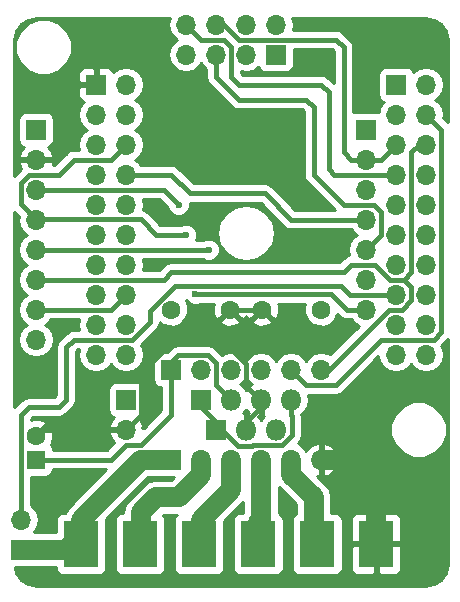
<source format=gbl>
G04 #@! TF.FileFunction,Copper,L2,Bot,Signal*
%FSLAX46Y46*%
G04 Gerber Fmt 4.6, Leading zero omitted, Abs format (unit mm)*
G04 Created by KiCad (PCBNEW 4.0.7) date 05/27/20 17:45:19*
%MOMM*%
%LPD*%
G01*
G04 APERTURE LIST*
%ADD10C,0.100000*%
%ADD11C,1.600000*%
%ADD12R,1.700000X1.700000*%
%ADD13O,1.700000X1.700000*%
%ADD14R,3.000000X4.000000*%
%ADD15R,1.800000X1.800000*%
%ADD16O,1.800000X1.800000*%
%ADD17R,1.600000X1.600000*%
%ADD18C,0.600000*%
%ADD19C,0.400000*%
%ADD20C,1.700000*%
%ADD21C,0.250000*%
%ADD22C,0.254000*%
G04 APERTURE END LIST*
D10*
D11*
X90170000Y-68580000D03*
X95170000Y-68580000D03*
X102870000Y-68580000D03*
X97870000Y-68580000D03*
D12*
X99060000Y-46990000D03*
D13*
X99060000Y-44450000D03*
X96520000Y-46990000D03*
X96520000Y-44450000D03*
X93980000Y-46990000D03*
X93980000Y-44450000D03*
X91440000Y-46990000D03*
X91440000Y-44450000D03*
D12*
X78740000Y-53340000D03*
D13*
X78740000Y-55880000D03*
X78740000Y-58420000D03*
X78740000Y-60960000D03*
X78740000Y-63500000D03*
X78740000Y-66040000D03*
X78740000Y-68580000D03*
X78740000Y-71120000D03*
D12*
X106680000Y-53340000D03*
D13*
X106680000Y-55880000D03*
X106680000Y-58420000D03*
X106680000Y-60960000D03*
X106680000Y-63500000D03*
X106680000Y-66040000D03*
X106680000Y-68580000D03*
D12*
X90170000Y-81280000D03*
D13*
X92710000Y-81280000D03*
X95250000Y-81280000D03*
X97790000Y-81280000D03*
X100330000Y-81280000D03*
X102870000Y-81280000D03*
D12*
X90170000Y-73660000D03*
D13*
X92710000Y-73660000D03*
X95250000Y-73660000D03*
X97790000Y-73660000D03*
X100330000Y-73660000D03*
X102870000Y-73660000D03*
D12*
X83820000Y-49530000D03*
D13*
X86360000Y-49530000D03*
X83820000Y-52070000D03*
X86360000Y-52070000D03*
X83820000Y-54610000D03*
X86360000Y-54610000D03*
X83820000Y-57150000D03*
X86360000Y-57150000D03*
X83820000Y-59690000D03*
X86360000Y-59690000D03*
X83820000Y-62230000D03*
X86360000Y-62230000D03*
X83820000Y-64770000D03*
X86360000Y-64770000D03*
X83820000Y-67310000D03*
X86360000Y-67310000D03*
X83820000Y-69850000D03*
X86360000Y-69850000D03*
X83820000Y-72390000D03*
X86360000Y-72390000D03*
D12*
X109220000Y-49530000D03*
D13*
X111760000Y-49530000D03*
X109220000Y-52070000D03*
X111760000Y-52070000D03*
X109220000Y-54610000D03*
X111760000Y-54610000D03*
X109220000Y-57150000D03*
X111760000Y-57150000D03*
X109220000Y-59690000D03*
X111760000Y-59690000D03*
X109220000Y-62230000D03*
X111760000Y-62230000D03*
X109220000Y-64770000D03*
X111760000Y-64770000D03*
X109220000Y-67310000D03*
X111760000Y-67310000D03*
X109220000Y-69850000D03*
X111760000Y-69850000D03*
X109220000Y-72390000D03*
X111760000Y-72390000D03*
D14*
X82550000Y-88430000D03*
X87550000Y-88430000D03*
X92550000Y-88430000D03*
X97550000Y-88430000D03*
X102550000Y-88430000D03*
X107550000Y-88430000D03*
D12*
X77470000Y-88900000D03*
D13*
X77470000Y-86360000D03*
D15*
X92710000Y-76200000D03*
D16*
X95250000Y-76200000D03*
X97790000Y-76200000D03*
X100330000Y-76200000D03*
D15*
X93980000Y-78740000D03*
D16*
X96520000Y-78740000D03*
X99060000Y-78740000D03*
D17*
X78740000Y-81280000D03*
D11*
X78740000Y-79280000D03*
D12*
X86360000Y-76200000D03*
D13*
X86360000Y-78740000D03*
D18*
X100330000Y-62865000D03*
X101600000Y-62865000D03*
X80645000Y-84455000D03*
X81280000Y-83820000D03*
X78740000Y-74295000D03*
X78740000Y-75565000D03*
X109855000Y-45085000D03*
X106045000Y-45085000D03*
X102870000Y-46990000D03*
X102870000Y-48260000D03*
X100330000Y-53975000D03*
X100330000Y-55245000D03*
X90805000Y-59690000D03*
X91440000Y-62230000D03*
X93345000Y-63500000D03*
X92182300Y-67261100D03*
D19*
X93980000Y-78105000D02*
X93980000Y-78740000D01*
X92710000Y-76835000D02*
X93980000Y-78105000D01*
X92710000Y-76200000D02*
X92710000Y-76835000D01*
D20*
X81280000Y-88900000D02*
X77470000Y-88900000D01*
X82550000Y-87630000D02*
X81280000Y-88900000D01*
D19*
X94478400Y-78740000D02*
X93980000Y-78740000D01*
X95831200Y-80092800D02*
X94478400Y-78740000D01*
X97006300Y-80092800D02*
X95831200Y-80092800D01*
X97079800Y-80019300D02*
X97006300Y-80092800D01*
X98297700Y-80019300D02*
X97079800Y-80019300D01*
X98349400Y-80071000D02*
X98297700Y-80019300D01*
X99568100Y-80071000D02*
X98349400Y-80071000D01*
X100396000Y-79243600D02*
X99568100Y-80071000D01*
X100396000Y-77565800D02*
X100396000Y-79243600D01*
X100330000Y-77500300D02*
X100396000Y-77565800D01*
X100330000Y-76200000D02*
X100330000Y-77500300D01*
D20*
X82550000Y-87630000D02*
X82550000Y-86360000D01*
X82550000Y-86360000D02*
X87630000Y-81280000D01*
X90170000Y-81280000D02*
X87630000Y-81280000D01*
X87630000Y-81280000D02*
X82550000Y-86360000D01*
D19*
X101600000Y-62865000D02*
X100330000Y-62865000D01*
X78740000Y-79280000D02*
X78835000Y-79280000D01*
X78835000Y-79280000D02*
X79375000Y-78740000D01*
X79375000Y-78740000D02*
X86360000Y-78740000D01*
X81280000Y-83820000D02*
X80645000Y-84455000D01*
X78740000Y-75565000D02*
X78740000Y-74295000D01*
X106045000Y-45085000D02*
X109855000Y-45085000D01*
X102870000Y-48260000D02*
X102870000Y-46990000D01*
X83820000Y-46990000D02*
X88265000Y-46990000D01*
X88265000Y-46990000D02*
X95250000Y-53975000D01*
X95250000Y-53975000D02*
X100330000Y-53975000D01*
X83820000Y-46990000D02*
X83820000Y-49530000D01*
X81280000Y-54610000D02*
X81280000Y-49530000D01*
X81280000Y-49530000D02*
X83820000Y-49530000D01*
X83185000Y-49530000D02*
X83820000Y-49530000D01*
X80010000Y-55880000D02*
X81280000Y-54610000D01*
X78740000Y-55880000D02*
X80010000Y-55880000D01*
D21*
X107550000Y-87630000D02*
X107550000Y-87135300D01*
D20*
X107550000Y-87135300D02*
X107550000Y-87630000D01*
X107550000Y-84055000D02*
X107550000Y-87135300D01*
X104775000Y-81280000D02*
X107550000Y-84055000D01*
X102870000Y-81280000D02*
X104775000Y-81280000D01*
D19*
X97870000Y-68580000D02*
X95170000Y-68580000D01*
X97790000Y-76200000D02*
X97790000Y-76312100D01*
X96520000Y-78105000D02*
X96520000Y-78740000D01*
X97790000Y-76835000D02*
X96520000Y-78105000D01*
X97790000Y-76312100D02*
X97790000Y-76835000D01*
X93492800Y-70257200D02*
X95170000Y-68580000D01*
X93672200Y-70436600D02*
X93492800Y-70257200D01*
X93672200Y-70436700D02*
X93672200Y-70436600D01*
X93804000Y-70436700D02*
X93672200Y-70436700D01*
X96520000Y-73152700D02*
X93804000Y-70436700D01*
X96520000Y-75042100D02*
X96520000Y-73152700D01*
X97790000Y-76312100D02*
X96520000Y-75042100D01*
X87630000Y-77470000D02*
X86360000Y-78740000D01*
X87630000Y-76835000D02*
X87630000Y-77470000D01*
X87610300Y-76835000D02*
X87630000Y-76835000D01*
X87610300Y-73943900D02*
X87610300Y-76835000D01*
X91297000Y-70257200D02*
X87610300Y-73943900D01*
X93492800Y-70257200D02*
X91297000Y-70257200D01*
X86360000Y-80010000D02*
X87630000Y-80010000D01*
X87630000Y-80010000D02*
X90170000Y-77470000D01*
X90170000Y-73660000D02*
X90170000Y-77470000D01*
X85090000Y-68580000D02*
X86360000Y-67310000D01*
X78740000Y-68580000D02*
X85090000Y-68580000D01*
X85090000Y-81280000D02*
X86360000Y-80010000D01*
X78740000Y-81280000D02*
X85090000Y-81280000D01*
X93980000Y-74930000D02*
X95250000Y-76200000D01*
X93980000Y-73095100D02*
X93980000Y-74930000D01*
X93294400Y-72409500D02*
X93980000Y-73095100D01*
X90785500Y-72409500D02*
X93294400Y-72409500D01*
X90170000Y-73025000D02*
X90785500Y-72409500D01*
X90170000Y-73660000D02*
X90170000Y-73025000D01*
X91757500Y-58737500D02*
X98107500Y-58737500D01*
X100330000Y-60960000D02*
X106680000Y-60960000D01*
X98107500Y-58737500D02*
X100330000Y-60960000D01*
X86360000Y-57150000D02*
X90170000Y-57150000D01*
X90170000Y-57150000D02*
X91757500Y-58737500D01*
X102235000Y-51435000D02*
X102235000Y-57150000D01*
X104775000Y-59690000D02*
X107315000Y-59690000D01*
X102235000Y-57150000D02*
X104775000Y-59690000D01*
X93980000Y-46990000D02*
X93980000Y-48895000D01*
X107950000Y-62230000D02*
X106680000Y-63500000D01*
X107315000Y-59690000D02*
X107950000Y-60325000D01*
X107950000Y-60325000D02*
X107950000Y-62230000D01*
X101600000Y-50800000D02*
X102235000Y-51435000D01*
X95885000Y-50800000D02*
X101600000Y-50800000D01*
X93980000Y-48895000D02*
X95885000Y-50800000D01*
X93980000Y-44450000D02*
X94615000Y-44450000D01*
X94615000Y-44450000D02*
X95885000Y-45720000D01*
X105410000Y-55880000D02*
X106680000Y-55880000D01*
X104775000Y-55245000D02*
X105410000Y-55880000D01*
X104775000Y-46355000D02*
X104775000Y-55245000D01*
X104140000Y-45720000D02*
X104775000Y-46355000D01*
X95885000Y-45720000D02*
X104140000Y-45720000D01*
X109200000Y-54610000D02*
X109220000Y-54610000D01*
X107930000Y-55880000D02*
X109200000Y-54610000D01*
X106680000Y-55880000D02*
X107278200Y-55880000D01*
X107278200Y-55880000D02*
X107930000Y-55880000D01*
X106680000Y-55880000D02*
X107278200Y-55880000D01*
X107278200Y-55880000D02*
X107930000Y-55880000D01*
X95885000Y-49530000D02*
X102870000Y-49530000D01*
X102870000Y-49530000D02*
X103505000Y-50165000D01*
X104006000Y-57150000D02*
X109220000Y-57150000D01*
X103505000Y-50165000D02*
X103505000Y-56649000D01*
X103505000Y-56649000D02*
X104006000Y-57150000D01*
X91440000Y-44450000D02*
X92710000Y-45720000D01*
X92710000Y-45720000D02*
X94615000Y-45720000D01*
X94615000Y-45720000D02*
X95250000Y-46355000D01*
X95250000Y-46355000D02*
X95250000Y-48895000D01*
X95250000Y-48895000D02*
X95885000Y-49530000D01*
X94615000Y-45720000D02*
X95250000Y-46355000D01*
X92710000Y-45720000D02*
X94615000Y-45720000D01*
X90805000Y-59690000D02*
X89535000Y-58420000D01*
X89535000Y-58420000D02*
X78740000Y-58420000D01*
X91440000Y-62230000D02*
X88900000Y-62230000D01*
X87620200Y-60950200D02*
X78749800Y-60950200D01*
X88900000Y-62230000D02*
X87620200Y-60950200D01*
X78749800Y-60950200D02*
X78740000Y-60960000D01*
X80645000Y-57150000D02*
X78174800Y-57150000D01*
X81915000Y-55880000D02*
X80645000Y-57150000D01*
X85090000Y-55880000D02*
X81915000Y-55880000D01*
X86360000Y-54610000D02*
X85090000Y-55880000D01*
X78174800Y-57150000D02*
X77450400Y-57874400D01*
X78740000Y-60800000D02*
X78740000Y-60950200D01*
X78740000Y-60960000D02*
X78740000Y-60950200D01*
X78174800Y-57150000D02*
X77450400Y-57874400D01*
X77450400Y-59670400D02*
X78740000Y-60960000D01*
X77450400Y-57874400D02*
X77450400Y-59670400D01*
X111760000Y-52070000D02*
X113030000Y-53340000D01*
X113030000Y-53340000D02*
X113030000Y-70485000D01*
X113030000Y-70485000D02*
X112395000Y-71120000D01*
X112395000Y-71120000D02*
X107950000Y-71120000D01*
X107950000Y-71120000D02*
X104131400Y-74938600D01*
X104131400Y-74938600D02*
X101608600Y-74938600D01*
X101608600Y-74938600D02*
X100330000Y-73660000D01*
X112395000Y-71120000D02*
X113030000Y-70485000D01*
X93345000Y-63500000D02*
X78740000Y-63500000D01*
X78740000Y-66040000D02*
X89535000Y-66040000D01*
X104775000Y-65405000D02*
X105410000Y-64770000D01*
X90170000Y-65405000D02*
X104775000Y-65405000D01*
X89535000Y-66040000D02*
X90170000Y-65405000D01*
X109855000Y-66040000D02*
X110490000Y-66675000D01*
X109855000Y-66040000D02*
X110490000Y-65405000D01*
X102870000Y-73660000D02*
X103505000Y-73660000D01*
X103505000Y-73660000D02*
X108585000Y-68580000D01*
X105410000Y-64770000D02*
X107414000Y-64770000D01*
X107414000Y-64770000D02*
X108684000Y-66040000D01*
X108684000Y-66040000D02*
X109855000Y-66040000D01*
X110490000Y-66675000D02*
X110490000Y-67813700D01*
X108585000Y-68580000D02*
X109723700Y-68580000D01*
X110490000Y-55245000D02*
X111125000Y-54610000D01*
X110490000Y-65405000D02*
X110490000Y-55245000D01*
X109723700Y-68580000D02*
X110490000Y-67813700D01*
X111125000Y-54610000D02*
X111760000Y-54610000D01*
X111760000Y-54649400D02*
X111760000Y-54610000D01*
X107414000Y-64770000D02*
X108684000Y-66040000D01*
X106680000Y-68580000D02*
X105065000Y-68580000D01*
X105065000Y-68580000D02*
X103746000Y-67261200D01*
X103746000Y-67261200D02*
X92182300Y-67261200D01*
X92182300Y-67261200D02*
X92182300Y-67261100D01*
D20*
X87630000Y-87550000D02*
X87550000Y-87630000D01*
X87630000Y-85725000D02*
X87630000Y-87550000D01*
X88900000Y-84455000D02*
X87630000Y-85725000D01*
X90805000Y-84455000D02*
X88900000Y-84455000D01*
X92710000Y-82550000D02*
X90805000Y-84455000D01*
X92710000Y-81280000D02*
X92710000Y-82550000D01*
X92710000Y-87470000D02*
X92550000Y-87630000D01*
X92710000Y-86360000D02*
X92710000Y-87470000D01*
X95250000Y-83820000D02*
X92710000Y-86360000D01*
X95250000Y-81280000D02*
X95250000Y-83820000D01*
X97550000Y-86600000D02*
X97550000Y-87630000D01*
X97790000Y-86360000D02*
X97550000Y-86600000D01*
X97790000Y-81280000D02*
X97790000Y-86360000D01*
X102235000Y-87315000D02*
X102550000Y-87630000D01*
X102235000Y-84455000D02*
X102235000Y-87315000D01*
X100330000Y-82550000D02*
X102235000Y-84455000D01*
X100330000Y-81280000D02*
X100330000Y-82550000D01*
D19*
X105295000Y-67310000D02*
X109220000Y-67310000D01*
X104534000Y-66549600D02*
X105295000Y-67310000D01*
X90490800Y-66549600D02*
X104534000Y-66549600D01*
X88377000Y-68663400D02*
X90490800Y-66549600D01*
X88377000Y-69601200D02*
X88377000Y-68663400D01*
X86858200Y-71120000D02*
X88377000Y-69601200D01*
X81915000Y-71120000D02*
X86858200Y-71120000D01*
X81280000Y-71755000D02*
X81915000Y-71120000D01*
X81280000Y-76200000D02*
X81280000Y-71755000D01*
X80645000Y-76835000D02*
X81280000Y-76200000D01*
X78105000Y-76835000D02*
X80645000Y-76835000D01*
X77470000Y-77470000D02*
X78105000Y-76835000D01*
X77470000Y-86360000D02*
X77470000Y-77470000D01*
D22*
G36*
X113590000Y-90100069D02*
X113437848Y-90864989D01*
X113044170Y-91454170D01*
X112454989Y-91847848D01*
X111690069Y-92000000D01*
X78809931Y-92000000D01*
X78045011Y-91847848D01*
X77455830Y-91454170D01*
X77062152Y-90864989D01*
X76969151Y-90397440D01*
X78320000Y-90397440D01*
X78386113Y-90385000D01*
X80402560Y-90385000D01*
X80402560Y-90430000D01*
X80446838Y-90665317D01*
X80585910Y-90881441D01*
X80798110Y-91026431D01*
X81050000Y-91077440D01*
X84050000Y-91077440D01*
X84285317Y-91033162D01*
X84501441Y-90894090D01*
X84646431Y-90681890D01*
X84697440Y-90430000D01*
X84697440Y-86430000D01*
X84678859Y-86331249D01*
X88245107Y-82765000D01*
X89258569Y-82765000D01*
X89320000Y-82777440D01*
X90382452Y-82777440D01*
X90189892Y-82970000D01*
X88900000Y-82970000D01*
X88331715Y-83083039D01*
X87849946Y-83404946D01*
X87849944Y-83404949D01*
X86579946Y-84674946D01*
X86258039Y-85156715D01*
X86144999Y-85725000D01*
X86145000Y-85725005D01*
X86145000Y-85782560D01*
X86050000Y-85782560D01*
X85814683Y-85826838D01*
X85598559Y-85965910D01*
X85453569Y-86178110D01*
X85402560Y-86430000D01*
X85402560Y-90430000D01*
X85446838Y-90665317D01*
X85585910Y-90881441D01*
X85798110Y-91026431D01*
X86050000Y-91077440D01*
X89050000Y-91077440D01*
X89285317Y-91033162D01*
X89501441Y-90894090D01*
X89646431Y-90681890D01*
X89697440Y-90430000D01*
X89697440Y-86430000D01*
X89653162Y-86194683D01*
X89514090Y-85978559D01*
X89491787Y-85963320D01*
X89515107Y-85940000D01*
X90638824Y-85940000D01*
X90598559Y-85965910D01*
X90453569Y-86178110D01*
X90402560Y-86430000D01*
X90402560Y-90430000D01*
X90446838Y-90665317D01*
X90585910Y-90881441D01*
X90798110Y-91026431D01*
X91050000Y-91077440D01*
X94050000Y-91077440D01*
X94285317Y-91033162D01*
X94501441Y-90894090D01*
X94646431Y-90681890D01*
X94697440Y-90430000D01*
X94697440Y-86472668D01*
X96300051Y-84870056D01*
X96300054Y-84870054D01*
X96305000Y-84862652D01*
X96305000Y-85782560D01*
X96050000Y-85782560D01*
X95814683Y-85826838D01*
X95598559Y-85965910D01*
X95453569Y-86178110D01*
X95402560Y-86430000D01*
X95402560Y-90430000D01*
X95446838Y-90665317D01*
X95585910Y-90881441D01*
X95798110Y-91026431D01*
X96050000Y-91077440D01*
X99050000Y-91077440D01*
X99285317Y-91033162D01*
X99501441Y-90894090D01*
X99646431Y-90681890D01*
X99697440Y-90430000D01*
X99697440Y-86430000D01*
X99653162Y-86194683D01*
X99514090Y-85978559D01*
X99301890Y-85833569D01*
X99275000Y-85828124D01*
X99275000Y-83592652D01*
X99279946Y-83600054D01*
X100750000Y-85070107D01*
X100750000Y-85868460D01*
X100598559Y-85965910D01*
X100453569Y-86178110D01*
X100402560Y-86430000D01*
X100402560Y-90430000D01*
X100446838Y-90665317D01*
X100585910Y-90881441D01*
X100798110Y-91026431D01*
X101050000Y-91077440D01*
X104050000Y-91077440D01*
X104285317Y-91033162D01*
X104501441Y-90894090D01*
X104646431Y-90681890D01*
X104697440Y-90430000D01*
X104697440Y-88715750D01*
X105415000Y-88715750D01*
X105415000Y-90556310D01*
X105511673Y-90789699D01*
X105690302Y-90968327D01*
X105923691Y-91065000D01*
X107264250Y-91065000D01*
X107423000Y-90906250D01*
X107423000Y-88557000D01*
X107677000Y-88557000D01*
X107677000Y-90906250D01*
X107835750Y-91065000D01*
X109176309Y-91065000D01*
X109409698Y-90968327D01*
X109588327Y-90789699D01*
X109685000Y-90556310D01*
X109685000Y-88715750D01*
X109526250Y-88557000D01*
X107677000Y-88557000D01*
X107423000Y-88557000D01*
X105573750Y-88557000D01*
X105415000Y-88715750D01*
X104697440Y-88715750D01*
X104697440Y-86430000D01*
X104673674Y-86303690D01*
X105415000Y-86303690D01*
X105415000Y-88144250D01*
X105573750Y-88303000D01*
X107423000Y-88303000D01*
X107423000Y-85953750D01*
X107677000Y-85953750D01*
X107677000Y-88303000D01*
X109526250Y-88303000D01*
X109685000Y-88144250D01*
X109685000Y-86303690D01*
X109588327Y-86070301D01*
X109409698Y-85891673D01*
X109176309Y-85795000D01*
X107835750Y-85795000D01*
X107677000Y-85953750D01*
X107423000Y-85953750D01*
X107264250Y-85795000D01*
X105923691Y-85795000D01*
X105690302Y-85891673D01*
X105511673Y-86070301D01*
X105415000Y-86303690D01*
X104673674Y-86303690D01*
X104653162Y-86194683D01*
X104514090Y-85978559D01*
X104301890Y-85833569D01*
X104050000Y-85782560D01*
X103720000Y-85782560D01*
X103720000Y-84455005D01*
X103720001Y-84455000D01*
X103606961Y-83886715D01*
X103285054Y-83404946D01*
X103285051Y-83404944D01*
X102571021Y-82690914D01*
X102743000Y-82600155D01*
X102743000Y-81407000D01*
X102997000Y-81407000D01*
X102997000Y-82600155D01*
X103226890Y-82721476D01*
X103636924Y-82551645D01*
X104065183Y-82161358D01*
X104311486Y-81636892D01*
X104190819Y-81407000D01*
X102997000Y-81407000D01*
X102743000Y-81407000D01*
X102723000Y-81407000D01*
X102723000Y-81153000D01*
X102743000Y-81153000D01*
X102743000Y-79959845D01*
X102997000Y-79959845D01*
X102997000Y-81153000D01*
X104190819Y-81153000D01*
X104311486Y-80923108D01*
X104065183Y-80398642D01*
X103636924Y-80008355D01*
X103226890Y-79838524D01*
X102997000Y-79959845D01*
X102743000Y-79959845D01*
X102513110Y-79838524D01*
X102103076Y-80008355D01*
X101674817Y-80398642D01*
X101607702Y-80541553D01*
X101380054Y-80200853D01*
X100924181Y-79896249D01*
X100986256Y-79834212D01*
X100986327Y-79834105D01*
X100986434Y-79834034D01*
X101076835Y-79698739D01*
X101167343Y-79563373D01*
X101167368Y-79563247D01*
X101167439Y-79563141D01*
X101199084Y-79404051D01*
X101231000Y-79243852D01*
X101230975Y-79243726D01*
X101231000Y-79243600D01*
X101231000Y-79212325D01*
X108739587Y-79212325D01*
X109101916Y-80089229D01*
X109772242Y-80760726D01*
X110648513Y-81124585D01*
X111597325Y-81125413D01*
X112474229Y-80763084D01*
X113145726Y-80092758D01*
X113509585Y-79216487D01*
X113510413Y-78267675D01*
X113148084Y-77390771D01*
X112477758Y-76719274D01*
X111601487Y-76355415D01*
X110652675Y-76354587D01*
X109775771Y-76716916D01*
X109104274Y-77387242D01*
X108740415Y-78263513D01*
X108739587Y-79212325D01*
X101231000Y-79212325D01*
X101231000Y-77565800D01*
X101230684Y-77564213D01*
X101230994Y-77562625D01*
X101207072Y-77444708D01*
X101445481Y-77285409D01*
X101778227Y-76787419D01*
X101895072Y-76200000D01*
X101810256Y-75773600D01*
X104131400Y-75773600D01*
X104450941Y-75710039D01*
X104721834Y-75529034D01*
X107731617Y-72519251D01*
X107818946Y-72958285D01*
X108140853Y-73440054D01*
X108622622Y-73761961D01*
X109190907Y-73875000D01*
X109249093Y-73875000D01*
X109817378Y-73761961D01*
X110299147Y-73440054D01*
X110490000Y-73154422D01*
X110680853Y-73440054D01*
X111162622Y-73761961D01*
X111730907Y-73875000D01*
X111789093Y-73875000D01*
X112357378Y-73761961D01*
X112839147Y-73440054D01*
X113161054Y-72958285D01*
X113274093Y-72390000D01*
X113161054Y-71821715D01*
X113046138Y-71649730D01*
X113590000Y-71105868D01*
X113590000Y-90100069D01*
X113590000Y-90100069D01*
G37*
X113590000Y-90100069D02*
X113437848Y-90864989D01*
X113044170Y-91454170D01*
X112454989Y-91847848D01*
X111690069Y-92000000D01*
X78809931Y-92000000D01*
X78045011Y-91847848D01*
X77455830Y-91454170D01*
X77062152Y-90864989D01*
X76969151Y-90397440D01*
X78320000Y-90397440D01*
X78386113Y-90385000D01*
X80402560Y-90385000D01*
X80402560Y-90430000D01*
X80446838Y-90665317D01*
X80585910Y-90881441D01*
X80798110Y-91026431D01*
X81050000Y-91077440D01*
X84050000Y-91077440D01*
X84285317Y-91033162D01*
X84501441Y-90894090D01*
X84646431Y-90681890D01*
X84697440Y-90430000D01*
X84697440Y-86430000D01*
X84678859Y-86331249D01*
X88245107Y-82765000D01*
X89258569Y-82765000D01*
X89320000Y-82777440D01*
X90382452Y-82777440D01*
X90189892Y-82970000D01*
X88900000Y-82970000D01*
X88331715Y-83083039D01*
X87849946Y-83404946D01*
X87849944Y-83404949D01*
X86579946Y-84674946D01*
X86258039Y-85156715D01*
X86144999Y-85725000D01*
X86145000Y-85725005D01*
X86145000Y-85782560D01*
X86050000Y-85782560D01*
X85814683Y-85826838D01*
X85598559Y-85965910D01*
X85453569Y-86178110D01*
X85402560Y-86430000D01*
X85402560Y-90430000D01*
X85446838Y-90665317D01*
X85585910Y-90881441D01*
X85798110Y-91026431D01*
X86050000Y-91077440D01*
X89050000Y-91077440D01*
X89285317Y-91033162D01*
X89501441Y-90894090D01*
X89646431Y-90681890D01*
X89697440Y-90430000D01*
X89697440Y-86430000D01*
X89653162Y-86194683D01*
X89514090Y-85978559D01*
X89491787Y-85963320D01*
X89515107Y-85940000D01*
X90638824Y-85940000D01*
X90598559Y-85965910D01*
X90453569Y-86178110D01*
X90402560Y-86430000D01*
X90402560Y-90430000D01*
X90446838Y-90665317D01*
X90585910Y-90881441D01*
X90798110Y-91026431D01*
X91050000Y-91077440D01*
X94050000Y-91077440D01*
X94285317Y-91033162D01*
X94501441Y-90894090D01*
X94646431Y-90681890D01*
X94697440Y-90430000D01*
X94697440Y-86472668D01*
X96300051Y-84870056D01*
X96300054Y-84870054D01*
X96305000Y-84862652D01*
X96305000Y-85782560D01*
X96050000Y-85782560D01*
X95814683Y-85826838D01*
X95598559Y-85965910D01*
X95453569Y-86178110D01*
X95402560Y-86430000D01*
X95402560Y-90430000D01*
X95446838Y-90665317D01*
X95585910Y-90881441D01*
X95798110Y-91026431D01*
X96050000Y-91077440D01*
X99050000Y-91077440D01*
X99285317Y-91033162D01*
X99501441Y-90894090D01*
X99646431Y-90681890D01*
X99697440Y-90430000D01*
X99697440Y-86430000D01*
X99653162Y-86194683D01*
X99514090Y-85978559D01*
X99301890Y-85833569D01*
X99275000Y-85828124D01*
X99275000Y-83592652D01*
X99279946Y-83600054D01*
X100750000Y-85070107D01*
X100750000Y-85868460D01*
X100598559Y-85965910D01*
X100453569Y-86178110D01*
X100402560Y-86430000D01*
X100402560Y-90430000D01*
X100446838Y-90665317D01*
X100585910Y-90881441D01*
X100798110Y-91026431D01*
X101050000Y-91077440D01*
X104050000Y-91077440D01*
X104285317Y-91033162D01*
X104501441Y-90894090D01*
X104646431Y-90681890D01*
X104697440Y-90430000D01*
X104697440Y-88715750D01*
X105415000Y-88715750D01*
X105415000Y-90556310D01*
X105511673Y-90789699D01*
X105690302Y-90968327D01*
X105923691Y-91065000D01*
X107264250Y-91065000D01*
X107423000Y-90906250D01*
X107423000Y-88557000D01*
X107677000Y-88557000D01*
X107677000Y-90906250D01*
X107835750Y-91065000D01*
X109176309Y-91065000D01*
X109409698Y-90968327D01*
X109588327Y-90789699D01*
X109685000Y-90556310D01*
X109685000Y-88715750D01*
X109526250Y-88557000D01*
X107677000Y-88557000D01*
X107423000Y-88557000D01*
X105573750Y-88557000D01*
X105415000Y-88715750D01*
X104697440Y-88715750D01*
X104697440Y-86430000D01*
X104673674Y-86303690D01*
X105415000Y-86303690D01*
X105415000Y-88144250D01*
X105573750Y-88303000D01*
X107423000Y-88303000D01*
X107423000Y-85953750D01*
X107677000Y-85953750D01*
X107677000Y-88303000D01*
X109526250Y-88303000D01*
X109685000Y-88144250D01*
X109685000Y-86303690D01*
X109588327Y-86070301D01*
X109409698Y-85891673D01*
X109176309Y-85795000D01*
X107835750Y-85795000D01*
X107677000Y-85953750D01*
X107423000Y-85953750D01*
X107264250Y-85795000D01*
X105923691Y-85795000D01*
X105690302Y-85891673D01*
X105511673Y-86070301D01*
X105415000Y-86303690D01*
X104673674Y-86303690D01*
X104653162Y-86194683D01*
X104514090Y-85978559D01*
X104301890Y-85833569D01*
X104050000Y-85782560D01*
X103720000Y-85782560D01*
X103720000Y-84455005D01*
X103720001Y-84455000D01*
X103606961Y-83886715D01*
X103285054Y-83404946D01*
X103285051Y-83404944D01*
X102571021Y-82690914D01*
X102743000Y-82600155D01*
X102743000Y-81407000D01*
X102997000Y-81407000D01*
X102997000Y-82600155D01*
X103226890Y-82721476D01*
X103636924Y-82551645D01*
X104065183Y-82161358D01*
X104311486Y-81636892D01*
X104190819Y-81407000D01*
X102997000Y-81407000D01*
X102743000Y-81407000D01*
X102723000Y-81407000D01*
X102723000Y-81153000D01*
X102743000Y-81153000D01*
X102743000Y-79959845D01*
X102997000Y-79959845D01*
X102997000Y-81153000D01*
X104190819Y-81153000D01*
X104311486Y-80923108D01*
X104065183Y-80398642D01*
X103636924Y-80008355D01*
X103226890Y-79838524D01*
X102997000Y-79959845D01*
X102743000Y-79959845D01*
X102513110Y-79838524D01*
X102103076Y-80008355D01*
X101674817Y-80398642D01*
X101607702Y-80541553D01*
X101380054Y-80200853D01*
X100924181Y-79896249D01*
X100986256Y-79834212D01*
X100986327Y-79834105D01*
X100986434Y-79834034D01*
X101076835Y-79698739D01*
X101167343Y-79563373D01*
X101167368Y-79563247D01*
X101167439Y-79563141D01*
X101199084Y-79404051D01*
X101231000Y-79243852D01*
X101230975Y-79243726D01*
X101231000Y-79243600D01*
X101231000Y-79212325D01*
X108739587Y-79212325D01*
X109101916Y-80089229D01*
X109772242Y-80760726D01*
X110648513Y-81124585D01*
X111597325Y-81125413D01*
X112474229Y-80763084D01*
X113145726Y-80092758D01*
X113509585Y-79216487D01*
X113510413Y-78267675D01*
X113148084Y-77390771D01*
X112477758Y-76719274D01*
X111601487Y-76355415D01*
X110652675Y-76354587D01*
X109775771Y-76716916D01*
X109104274Y-77387242D01*
X108740415Y-78263513D01*
X108739587Y-79212325D01*
X101231000Y-79212325D01*
X101231000Y-77565800D01*
X101230684Y-77564213D01*
X101230994Y-77562625D01*
X101207072Y-77444708D01*
X101445481Y-77285409D01*
X101778227Y-76787419D01*
X101895072Y-76200000D01*
X101810256Y-75773600D01*
X104131400Y-75773600D01*
X104450941Y-75710039D01*
X104721834Y-75529034D01*
X107731617Y-72519251D01*
X107818946Y-72958285D01*
X108140853Y-73440054D01*
X108622622Y-73761961D01*
X109190907Y-73875000D01*
X109249093Y-73875000D01*
X109817378Y-73761961D01*
X110299147Y-73440054D01*
X110490000Y-73154422D01*
X110680853Y-73440054D01*
X111162622Y-73761961D01*
X111730907Y-73875000D01*
X111789093Y-73875000D01*
X112357378Y-73761961D01*
X112839147Y-73440054D01*
X113161054Y-72958285D01*
X113274093Y-72390000D01*
X113161054Y-71821715D01*
X113046138Y-71649730D01*
X113590000Y-71105868D01*
X113590000Y-90100069D01*
G36*
X81499946Y-85309946D02*
X81184156Y-85782560D01*
X81050000Y-85782560D01*
X80814683Y-85826838D01*
X80598559Y-85965910D01*
X80453569Y-86178110D01*
X80402560Y-86430000D01*
X80402560Y-87415000D01*
X78536188Y-87415000D01*
X78841961Y-86957378D01*
X78955000Y-86389093D01*
X78955000Y-86330907D01*
X78841961Y-85762622D01*
X78520054Y-85280853D01*
X78305000Y-85137159D01*
X78305000Y-82727440D01*
X79540000Y-82727440D01*
X79775317Y-82683162D01*
X79991441Y-82544090D01*
X80136431Y-82331890D01*
X80180352Y-82115000D01*
X84694893Y-82115000D01*
X81499946Y-85309946D01*
X81499946Y-85309946D01*
G37*
X81499946Y-85309946D02*
X81184156Y-85782560D01*
X81050000Y-85782560D01*
X80814683Y-85826838D01*
X80598559Y-85965910D01*
X80453569Y-86178110D01*
X80402560Y-86430000D01*
X80402560Y-87415000D01*
X78536188Y-87415000D01*
X78841961Y-86957378D01*
X78955000Y-86389093D01*
X78955000Y-86330907D01*
X78841961Y-85762622D01*
X78520054Y-85280853D01*
X78305000Y-85137159D01*
X78305000Y-82727440D01*
X79540000Y-82727440D01*
X79775317Y-82683162D01*
X79991441Y-82544090D01*
X80136431Y-82331890D01*
X80180352Y-82115000D01*
X84694893Y-82115000D01*
X81499946Y-85309946D01*
G36*
X91651973Y-68053292D02*
X91995501Y-68195938D01*
X92367467Y-68196262D01*
X92609636Y-68096200D01*
X93819014Y-68096200D01*
X93723035Y-68363223D01*
X93750222Y-68933454D01*
X93916136Y-69334005D01*
X94162255Y-69408139D01*
X94990395Y-68580000D01*
X94976252Y-68565858D01*
X95155858Y-68386253D01*
X95170000Y-68400395D01*
X95184143Y-68386253D01*
X95363748Y-68565858D01*
X95349605Y-68580000D01*
X96177745Y-69408139D01*
X96423864Y-69334005D01*
X96513194Y-69085480D01*
X96616136Y-69334005D01*
X96862255Y-69408139D01*
X97690395Y-68580000D01*
X97676252Y-68565858D01*
X97855858Y-68386253D01*
X97870000Y-68400395D01*
X97884143Y-68386253D01*
X98063748Y-68565858D01*
X98049605Y-68580000D01*
X98877745Y-69408139D01*
X99123864Y-69334005D01*
X99316965Y-68796777D01*
X99289778Y-68226546D01*
X99235787Y-68096200D01*
X101517097Y-68096200D01*
X101435250Y-68293309D01*
X101434752Y-68864187D01*
X101652757Y-69391800D01*
X102056077Y-69795824D01*
X102583309Y-70014750D01*
X103154187Y-70015248D01*
X103681800Y-69797243D01*
X104085824Y-69393923D01*
X104265446Y-68961346D01*
X104474610Y-69170479D01*
X104610839Y-69261489D01*
X104745459Y-69351439D01*
X104745492Y-69351446D01*
X104745518Y-69351463D01*
X104903567Y-69382889D01*
X105065000Y-69415000D01*
X105457159Y-69415000D01*
X105600853Y-69630054D01*
X106052379Y-69931753D01*
X103610270Y-72373862D01*
X103438285Y-72258946D01*
X102870000Y-72145907D01*
X102301715Y-72258946D01*
X101819946Y-72580853D01*
X101600000Y-72910026D01*
X101380054Y-72580853D01*
X100898285Y-72258946D01*
X100330000Y-72145907D01*
X99761715Y-72258946D01*
X99279946Y-72580853D01*
X99060000Y-72910026D01*
X98840054Y-72580853D01*
X98358285Y-72258946D01*
X97790000Y-72145907D01*
X97221715Y-72258946D01*
X96739946Y-72580853D01*
X96520000Y-72910026D01*
X96300054Y-72580853D01*
X95818285Y-72258946D01*
X95250000Y-72145907D01*
X94681715Y-72258946D01*
X94467708Y-72401940D01*
X93884834Y-71819066D01*
X93788952Y-71755000D01*
X93613941Y-71638061D01*
X93294400Y-71574500D01*
X90785500Y-71574500D01*
X90465959Y-71638061D01*
X90290948Y-71755000D01*
X90195066Y-71819066D01*
X89851572Y-72162560D01*
X89320000Y-72162560D01*
X89084683Y-72206838D01*
X88868559Y-72345910D01*
X88723569Y-72558110D01*
X88672560Y-72810000D01*
X88672560Y-74510000D01*
X88716838Y-74745317D01*
X88855910Y-74961441D01*
X89068110Y-75106431D01*
X89320000Y-75157440D01*
X89335000Y-75157440D01*
X89335000Y-77124132D01*
X87845000Y-78614132D01*
X87845000Y-78612998D01*
X87680820Y-78612998D01*
X87801486Y-78383108D01*
X87555183Y-77858642D01*
X87349496Y-77671192D01*
X87445317Y-77653162D01*
X87661441Y-77514090D01*
X87806431Y-77301890D01*
X87857440Y-77050000D01*
X87857440Y-75350000D01*
X87813162Y-75114683D01*
X87674090Y-74898559D01*
X87461890Y-74753569D01*
X87210000Y-74702560D01*
X85510000Y-74702560D01*
X85274683Y-74746838D01*
X85058559Y-74885910D01*
X84913569Y-75098110D01*
X84862560Y-75350000D01*
X84862560Y-77050000D01*
X84906838Y-77285317D01*
X85045910Y-77501441D01*
X85258110Y-77646431D01*
X85372301Y-77669555D01*
X85164817Y-77858642D01*
X84918514Y-78383108D01*
X85039181Y-78613000D01*
X86233000Y-78613000D01*
X86233000Y-78593000D01*
X86487000Y-78593000D01*
X86487000Y-78613000D01*
X86507000Y-78613000D01*
X86507000Y-78867000D01*
X86487000Y-78867000D01*
X86487000Y-78887000D01*
X86233000Y-78887000D01*
X86233000Y-78867000D01*
X85039181Y-78867000D01*
X84918514Y-79096892D01*
X85164817Y-79621358D01*
X85375642Y-79813490D01*
X84744132Y-80445000D01*
X80180854Y-80445000D01*
X80143162Y-80244683D01*
X80004090Y-80028559D01*
X79997452Y-80024023D01*
X80186965Y-79496777D01*
X80159778Y-78926546D01*
X79993864Y-78525995D01*
X79747745Y-78451861D01*
X78919605Y-79280000D01*
X78933748Y-79294142D01*
X78754143Y-79473748D01*
X78740000Y-79459605D01*
X78725858Y-79473748D01*
X78546253Y-79294143D01*
X78560395Y-79280000D01*
X78546253Y-79265858D01*
X78725858Y-79086252D01*
X78740000Y-79100395D01*
X79568139Y-78272255D01*
X79494005Y-78026136D01*
X78956777Y-77833035D01*
X78386546Y-77860222D01*
X78305000Y-77894000D01*
X78305000Y-77815868D01*
X78450868Y-77670000D01*
X80645000Y-77670000D01*
X80964541Y-77606439D01*
X81235434Y-77425434D01*
X81870434Y-76790434D01*
X82051440Y-76519540D01*
X82115000Y-76200000D01*
X82115000Y-72100868D01*
X82260868Y-71955000D01*
X82392434Y-71955000D01*
X82305907Y-72390000D01*
X82418946Y-72958285D01*
X82740853Y-73440054D01*
X83222622Y-73761961D01*
X83790907Y-73875000D01*
X83849093Y-73875000D01*
X84417378Y-73761961D01*
X84899147Y-73440054D01*
X85090000Y-73154422D01*
X85280853Y-73440054D01*
X85762622Y-73761961D01*
X86330907Y-73875000D01*
X86389093Y-73875000D01*
X86957378Y-73761961D01*
X87439147Y-73440054D01*
X87761054Y-72958285D01*
X87874093Y-72390000D01*
X87761054Y-71821715D01*
X87591343Y-71567725D01*
X88967434Y-70191634D01*
X89148440Y-69920740D01*
X89203658Y-69643139D01*
X89356077Y-69795824D01*
X89883309Y-70014750D01*
X90454187Y-70015248D01*
X90981800Y-69797243D01*
X91191663Y-69587745D01*
X94341861Y-69587745D01*
X94415995Y-69833864D01*
X94953223Y-70026965D01*
X95523454Y-69999778D01*
X95924005Y-69833864D01*
X95998139Y-69587745D01*
X97041861Y-69587745D01*
X97115995Y-69833864D01*
X97653223Y-70026965D01*
X98223454Y-69999778D01*
X98624005Y-69833864D01*
X98698139Y-69587745D01*
X97870000Y-68759605D01*
X97041861Y-69587745D01*
X95998139Y-69587745D01*
X95170000Y-68759605D01*
X94341861Y-69587745D01*
X91191663Y-69587745D01*
X91385824Y-69393923D01*
X91604750Y-68866691D01*
X91605248Y-68295813D01*
X91401272Y-67802153D01*
X91651973Y-68053292D01*
X91651973Y-68053292D01*
G37*
X91651973Y-68053292D02*
X91995501Y-68195938D01*
X92367467Y-68196262D01*
X92609636Y-68096200D01*
X93819014Y-68096200D01*
X93723035Y-68363223D01*
X93750222Y-68933454D01*
X93916136Y-69334005D01*
X94162255Y-69408139D01*
X94990395Y-68580000D01*
X94976252Y-68565858D01*
X95155858Y-68386253D01*
X95170000Y-68400395D01*
X95184143Y-68386253D01*
X95363748Y-68565858D01*
X95349605Y-68580000D01*
X96177745Y-69408139D01*
X96423864Y-69334005D01*
X96513194Y-69085480D01*
X96616136Y-69334005D01*
X96862255Y-69408139D01*
X97690395Y-68580000D01*
X97676252Y-68565858D01*
X97855858Y-68386253D01*
X97870000Y-68400395D01*
X97884143Y-68386253D01*
X98063748Y-68565858D01*
X98049605Y-68580000D01*
X98877745Y-69408139D01*
X99123864Y-69334005D01*
X99316965Y-68796777D01*
X99289778Y-68226546D01*
X99235787Y-68096200D01*
X101517097Y-68096200D01*
X101435250Y-68293309D01*
X101434752Y-68864187D01*
X101652757Y-69391800D01*
X102056077Y-69795824D01*
X102583309Y-70014750D01*
X103154187Y-70015248D01*
X103681800Y-69797243D01*
X104085824Y-69393923D01*
X104265446Y-68961346D01*
X104474610Y-69170479D01*
X104610839Y-69261489D01*
X104745459Y-69351439D01*
X104745492Y-69351446D01*
X104745518Y-69351463D01*
X104903567Y-69382889D01*
X105065000Y-69415000D01*
X105457159Y-69415000D01*
X105600853Y-69630054D01*
X106052379Y-69931753D01*
X103610270Y-72373862D01*
X103438285Y-72258946D01*
X102870000Y-72145907D01*
X102301715Y-72258946D01*
X101819946Y-72580853D01*
X101600000Y-72910026D01*
X101380054Y-72580853D01*
X100898285Y-72258946D01*
X100330000Y-72145907D01*
X99761715Y-72258946D01*
X99279946Y-72580853D01*
X99060000Y-72910026D01*
X98840054Y-72580853D01*
X98358285Y-72258946D01*
X97790000Y-72145907D01*
X97221715Y-72258946D01*
X96739946Y-72580853D01*
X96520000Y-72910026D01*
X96300054Y-72580853D01*
X95818285Y-72258946D01*
X95250000Y-72145907D01*
X94681715Y-72258946D01*
X94467708Y-72401940D01*
X93884834Y-71819066D01*
X93788952Y-71755000D01*
X93613941Y-71638061D01*
X93294400Y-71574500D01*
X90785500Y-71574500D01*
X90465959Y-71638061D01*
X90290948Y-71755000D01*
X90195066Y-71819066D01*
X89851572Y-72162560D01*
X89320000Y-72162560D01*
X89084683Y-72206838D01*
X88868559Y-72345910D01*
X88723569Y-72558110D01*
X88672560Y-72810000D01*
X88672560Y-74510000D01*
X88716838Y-74745317D01*
X88855910Y-74961441D01*
X89068110Y-75106431D01*
X89320000Y-75157440D01*
X89335000Y-75157440D01*
X89335000Y-77124132D01*
X87845000Y-78614132D01*
X87845000Y-78612998D01*
X87680820Y-78612998D01*
X87801486Y-78383108D01*
X87555183Y-77858642D01*
X87349496Y-77671192D01*
X87445317Y-77653162D01*
X87661441Y-77514090D01*
X87806431Y-77301890D01*
X87857440Y-77050000D01*
X87857440Y-75350000D01*
X87813162Y-75114683D01*
X87674090Y-74898559D01*
X87461890Y-74753569D01*
X87210000Y-74702560D01*
X85510000Y-74702560D01*
X85274683Y-74746838D01*
X85058559Y-74885910D01*
X84913569Y-75098110D01*
X84862560Y-75350000D01*
X84862560Y-77050000D01*
X84906838Y-77285317D01*
X85045910Y-77501441D01*
X85258110Y-77646431D01*
X85372301Y-77669555D01*
X85164817Y-77858642D01*
X84918514Y-78383108D01*
X85039181Y-78613000D01*
X86233000Y-78613000D01*
X86233000Y-78593000D01*
X86487000Y-78593000D01*
X86487000Y-78613000D01*
X86507000Y-78613000D01*
X86507000Y-78867000D01*
X86487000Y-78867000D01*
X86487000Y-78887000D01*
X86233000Y-78887000D01*
X86233000Y-78867000D01*
X85039181Y-78867000D01*
X84918514Y-79096892D01*
X85164817Y-79621358D01*
X85375642Y-79813490D01*
X84744132Y-80445000D01*
X80180854Y-80445000D01*
X80143162Y-80244683D01*
X80004090Y-80028559D01*
X79997452Y-80024023D01*
X80186965Y-79496777D01*
X80159778Y-78926546D01*
X79993864Y-78525995D01*
X79747745Y-78451861D01*
X78919605Y-79280000D01*
X78933748Y-79294142D01*
X78754143Y-79473748D01*
X78740000Y-79459605D01*
X78725858Y-79473748D01*
X78546253Y-79294143D01*
X78560395Y-79280000D01*
X78546253Y-79265858D01*
X78725858Y-79086252D01*
X78740000Y-79100395D01*
X79568139Y-78272255D01*
X79494005Y-78026136D01*
X78956777Y-77833035D01*
X78386546Y-77860222D01*
X78305000Y-77894000D01*
X78305000Y-77815868D01*
X78450868Y-77670000D01*
X80645000Y-77670000D01*
X80964541Y-77606439D01*
X81235434Y-77425434D01*
X81870434Y-76790434D01*
X82051440Y-76519540D01*
X82115000Y-76200000D01*
X82115000Y-72100868D01*
X82260868Y-71955000D01*
X82392434Y-71955000D01*
X82305907Y-72390000D01*
X82418946Y-72958285D01*
X82740853Y-73440054D01*
X83222622Y-73761961D01*
X83790907Y-73875000D01*
X83849093Y-73875000D01*
X84417378Y-73761961D01*
X84899147Y-73440054D01*
X85090000Y-73154422D01*
X85280853Y-73440054D01*
X85762622Y-73761961D01*
X86330907Y-73875000D01*
X86389093Y-73875000D01*
X86957378Y-73761961D01*
X87439147Y-73440054D01*
X87761054Y-72958285D01*
X87874093Y-72390000D01*
X87761054Y-71821715D01*
X87591343Y-71567725D01*
X88967434Y-70191634D01*
X89148440Y-69920740D01*
X89203658Y-69643139D01*
X89356077Y-69795824D01*
X89883309Y-70014750D01*
X90454187Y-70015248D01*
X90981800Y-69797243D01*
X91191663Y-69587745D01*
X94341861Y-69587745D01*
X94415995Y-69833864D01*
X94953223Y-70026965D01*
X95523454Y-69999778D01*
X95924005Y-69833864D01*
X95998139Y-69587745D01*
X97041861Y-69587745D01*
X97115995Y-69833864D01*
X97653223Y-70026965D01*
X98223454Y-69999778D01*
X98624005Y-69833864D01*
X98698139Y-69587745D01*
X97870000Y-68759605D01*
X97041861Y-69587745D01*
X95998139Y-69587745D01*
X95170000Y-68759605D01*
X94341861Y-69587745D01*
X91191663Y-69587745D01*
X91385824Y-69393923D01*
X91604750Y-68866691D01*
X91605248Y-68295813D01*
X91401272Y-67802153D01*
X91651973Y-68053292D01*
G36*
X96764737Y-77309551D02*
X96647000Y-77369003D01*
X96647000Y-78613000D01*
X96667000Y-78613000D01*
X96667000Y-78867000D01*
X96647000Y-78867000D01*
X96647000Y-78887000D01*
X96393000Y-78887000D01*
X96393000Y-78867000D01*
X96373000Y-78867000D01*
X96373000Y-78613000D01*
X96393000Y-78613000D01*
X96393000Y-77369003D01*
X96306069Y-77325107D01*
X96365481Y-77285409D01*
X96524501Y-77047418D01*
X96764737Y-77309551D01*
X96764737Y-77309551D01*
G37*
X96764737Y-77309551D02*
X96647000Y-77369003D01*
X96647000Y-78613000D01*
X96667000Y-78613000D01*
X96667000Y-78867000D01*
X96647000Y-78867000D01*
X96647000Y-78887000D01*
X96393000Y-78887000D01*
X96393000Y-78867000D01*
X96373000Y-78867000D01*
X96373000Y-78613000D01*
X96393000Y-78613000D01*
X96393000Y-77369003D01*
X96306069Y-77325107D01*
X96365481Y-77285409D01*
X96524501Y-77047418D01*
X96764737Y-77309551D01*
G36*
X97917000Y-76073000D02*
X97937000Y-76073000D01*
X97937000Y-76327000D01*
X97917000Y-76327000D01*
X97917000Y-77570997D01*
X98003931Y-77614893D01*
X97944519Y-77654591D01*
X97785499Y-77892582D01*
X97545263Y-77630449D01*
X97663000Y-77570997D01*
X97663000Y-76327000D01*
X97643000Y-76327000D01*
X97643000Y-76073000D01*
X97663000Y-76073000D01*
X97663000Y-76053000D01*
X97917000Y-76053000D01*
X97917000Y-76073000D01*
X97917000Y-76073000D01*
G37*
X97917000Y-76073000D02*
X97937000Y-76073000D01*
X97937000Y-76327000D01*
X97917000Y-76327000D01*
X97917000Y-77570997D01*
X98003931Y-77614893D01*
X97944519Y-77654591D01*
X97785499Y-77892582D01*
X97545263Y-77630449D01*
X97663000Y-77570997D01*
X97663000Y-76327000D01*
X97643000Y-76327000D01*
X97643000Y-76073000D01*
X97663000Y-76073000D01*
X97663000Y-76053000D01*
X97917000Y-76053000D01*
X97917000Y-76073000D01*
G36*
X77281193Y-60682061D02*
X77225907Y-60960000D01*
X77338946Y-61528285D01*
X77660853Y-62010054D01*
X77990026Y-62230000D01*
X77660853Y-62449946D01*
X77338946Y-62931715D01*
X77225907Y-63500000D01*
X77338946Y-64068285D01*
X77660853Y-64550054D01*
X77990026Y-64770000D01*
X77660853Y-64989946D01*
X77338946Y-65471715D01*
X77225907Y-66040000D01*
X77338946Y-66608285D01*
X77660853Y-67090054D01*
X77990026Y-67310000D01*
X77660853Y-67529946D01*
X77338946Y-68011715D01*
X77225907Y-68580000D01*
X77338946Y-69148285D01*
X77660853Y-69630054D01*
X77990026Y-69850000D01*
X77660853Y-70069946D01*
X77338946Y-70551715D01*
X77225907Y-71120000D01*
X77338946Y-71688285D01*
X77660853Y-72170054D01*
X78142622Y-72491961D01*
X78710907Y-72605000D01*
X78769093Y-72605000D01*
X79337378Y-72491961D01*
X79819147Y-72170054D01*
X80141054Y-71688285D01*
X80254093Y-71120000D01*
X80141054Y-70551715D01*
X79819147Y-70069946D01*
X79489974Y-69850000D01*
X79819147Y-69630054D01*
X79962841Y-69415000D01*
X82392434Y-69415000D01*
X82305907Y-69850000D01*
X82392434Y-70285000D01*
X81915000Y-70285000D01*
X81595460Y-70348560D01*
X81324566Y-70529566D01*
X80689566Y-71164566D01*
X80508561Y-71435459D01*
X80445000Y-71755000D01*
X80445000Y-75854132D01*
X80299132Y-76000000D01*
X78105000Y-76000000D01*
X77785460Y-76063560D01*
X77514566Y-76244566D01*
X76910000Y-76849132D01*
X76910000Y-60310868D01*
X77281193Y-60682061D01*
X77281193Y-60682061D01*
G37*
X77281193Y-60682061D02*
X77225907Y-60960000D01*
X77338946Y-61528285D01*
X77660853Y-62010054D01*
X77990026Y-62230000D01*
X77660853Y-62449946D01*
X77338946Y-62931715D01*
X77225907Y-63500000D01*
X77338946Y-64068285D01*
X77660853Y-64550054D01*
X77990026Y-64770000D01*
X77660853Y-64989946D01*
X77338946Y-65471715D01*
X77225907Y-66040000D01*
X77338946Y-66608285D01*
X77660853Y-67090054D01*
X77990026Y-67310000D01*
X77660853Y-67529946D01*
X77338946Y-68011715D01*
X77225907Y-68580000D01*
X77338946Y-69148285D01*
X77660853Y-69630054D01*
X77990026Y-69850000D01*
X77660853Y-70069946D01*
X77338946Y-70551715D01*
X77225907Y-71120000D01*
X77338946Y-71688285D01*
X77660853Y-72170054D01*
X78142622Y-72491961D01*
X78710907Y-72605000D01*
X78769093Y-72605000D01*
X79337378Y-72491961D01*
X79819147Y-72170054D01*
X80141054Y-71688285D01*
X80254093Y-71120000D01*
X80141054Y-70551715D01*
X79819147Y-70069946D01*
X79489974Y-69850000D01*
X79819147Y-69630054D01*
X79962841Y-69415000D01*
X82392434Y-69415000D01*
X82305907Y-69850000D01*
X82392434Y-70285000D01*
X81915000Y-70285000D01*
X81595460Y-70348560D01*
X81324566Y-70529566D01*
X80689566Y-71164566D01*
X80508561Y-71435459D01*
X80445000Y-71755000D01*
X80445000Y-75854132D01*
X80299132Y-76000000D01*
X78105000Y-76000000D01*
X77785460Y-76063560D01*
X77514566Y-76244566D01*
X76910000Y-76849132D01*
X76910000Y-60310868D01*
X77281193Y-60682061D01*
G36*
X96739946Y-74739147D02*
X96994983Y-74909557D01*
X96882424Y-74962034D01*
X96524501Y-75352582D01*
X96365481Y-75114591D01*
X96051821Y-74905010D01*
X96300054Y-74739147D01*
X96520000Y-74409974D01*
X96739946Y-74739147D01*
X96739946Y-74739147D01*
G37*
X96739946Y-74739147D02*
X96994983Y-74909557D01*
X96882424Y-74962034D01*
X96524501Y-75352582D01*
X96365481Y-75114591D01*
X96051821Y-74905010D01*
X96300054Y-74739147D01*
X96520000Y-74409974D01*
X96739946Y-74739147D01*
G36*
X89912465Y-59978333D02*
X90011883Y-60218943D01*
X90274673Y-60482192D01*
X90618201Y-60624838D01*
X90990167Y-60625162D01*
X91333943Y-60483117D01*
X91597192Y-60220327D01*
X91739838Y-59876799D01*
X91740106Y-59569040D01*
X91757500Y-59572500D01*
X97761632Y-59572500D01*
X99739566Y-61550434D01*
X100010460Y-61731440D01*
X100330000Y-61795000D01*
X105457159Y-61795000D01*
X105600853Y-62010054D01*
X105930026Y-62230000D01*
X105600853Y-62449946D01*
X105278946Y-62931715D01*
X105165907Y-63500000D01*
X105258431Y-63965149D01*
X105090460Y-63998560D01*
X104819566Y-64179566D01*
X104429132Y-64570000D01*
X90170000Y-64570000D01*
X89850460Y-64633560D01*
X89579566Y-64814566D01*
X89189132Y-65205000D01*
X87787566Y-65205000D01*
X87874093Y-64770000D01*
X87787566Y-64335000D01*
X92917766Y-64335000D01*
X93158201Y-64434838D01*
X93530167Y-64435162D01*
X93873943Y-64293117D01*
X94137192Y-64030327D01*
X94279838Y-63686799D01*
X94280162Y-63314833D01*
X94138117Y-62971057D01*
X93875327Y-62707808D01*
X93531799Y-62565162D01*
X93159833Y-62564838D01*
X92917422Y-62665000D01*
X92271775Y-62665000D01*
X92374838Y-62416799D01*
X92375131Y-62080000D01*
X94088275Y-62080000D01*
X94269822Y-62992700D01*
X94786825Y-63766450D01*
X95560575Y-64283453D01*
X96473275Y-64465000D01*
X96566725Y-64465000D01*
X97479425Y-64283453D01*
X98253175Y-63766450D01*
X98770178Y-62992700D01*
X98951725Y-62080000D01*
X98770178Y-61167300D01*
X98253175Y-60393550D01*
X97479425Y-59876547D01*
X96566725Y-59695000D01*
X96473275Y-59695000D01*
X95560575Y-59876547D01*
X94786825Y-60393550D01*
X94269822Y-61167300D01*
X94088275Y-62080000D01*
X92375131Y-62080000D01*
X92375162Y-62044833D01*
X92233117Y-61701057D01*
X91970327Y-61437808D01*
X91626799Y-61295162D01*
X91254833Y-61294838D01*
X91012422Y-61395000D01*
X89245869Y-61395000D01*
X88210634Y-60359766D01*
X88091905Y-60280434D01*
X87939741Y-60178761D01*
X87783071Y-60147597D01*
X87874093Y-59690000D01*
X87787566Y-59255000D01*
X89189132Y-59255000D01*
X89912465Y-59978333D01*
X89912465Y-59978333D01*
G37*
X89912465Y-59978333D02*
X90011883Y-60218943D01*
X90274673Y-60482192D01*
X90618201Y-60624838D01*
X90990167Y-60625162D01*
X91333943Y-60483117D01*
X91597192Y-60220327D01*
X91739838Y-59876799D01*
X91740106Y-59569040D01*
X91757500Y-59572500D01*
X97761632Y-59572500D01*
X99739566Y-61550434D01*
X100010460Y-61731440D01*
X100330000Y-61795000D01*
X105457159Y-61795000D01*
X105600853Y-62010054D01*
X105930026Y-62230000D01*
X105600853Y-62449946D01*
X105278946Y-62931715D01*
X105165907Y-63500000D01*
X105258431Y-63965149D01*
X105090460Y-63998560D01*
X104819566Y-64179566D01*
X104429132Y-64570000D01*
X90170000Y-64570000D01*
X89850460Y-64633560D01*
X89579566Y-64814566D01*
X89189132Y-65205000D01*
X87787566Y-65205000D01*
X87874093Y-64770000D01*
X87787566Y-64335000D01*
X92917766Y-64335000D01*
X93158201Y-64434838D01*
X93530167Y-64435162D01*
X93873943Y-64293117D01*
X94137192Y-64030327D01*
X94279838Y-63686799D01*
X94280162Y-63314833D01*
X94138117Y-62971057D01*
X93875327Y-62707808D01*
X93531799Y-62565162D01*
X93159833Y-62564838D01*
X92917422Y-62665000D01*
X92271775Y-62665000D01*
X92374838Y-62416799D01*
X92375131Y-62080000D01*
X94088275Y-62080000D01*
X94269822Y-62992700D01*
X94786825Y-63766450D01*
X95560575Y-64283453D01*
X96473275Y-64465000D01*
X96566725Y-64465000D01*
X97479425Y-64283453D01*
X98253175Y-63766450D01*
X98770178Y-62992700D01*
X98951725Y-62080000D01*
X98770178Y-61167300D01*
X98253175Y-60393550D01*
X97479425Y-59876547D01*
X96566725Y-59695000D01*
X96473275Y-59695000D01*
X95560575Y-59876547D01*
X94786825Y-60393550D01*
X94269822Y-61167300D01*
X94088275Y-62080000D01*
X92375131Y-62080000D01*
X92375162Y-62044833D01*
X92233117Y-61701057D01*
X91970327Y-61437808D01*
X91626799Y-61295162D01*
X91254833Y-61294838D01*
X91012422Y-61395000D01*
X89245869Y-61395000D01*
X88210634Y-60359766D01*
X88091905Y-60280434D01*
X87939741Y-60178761D01*
X87783071Y-60147597D01*
X87874093Y-59690000D01*
X87787566Y-59255000D01*
X89189132Y-59255000D01*
X89912465Y-59978333D01*
G36*
X109347000Y-64643000D02*
X109367000Y-64643000D01*
X109367000Y-64897000D01*
X109347000Y-64897000D01*
X109347000Y-64917000D01*
X109093000Y-64917000D01*
X109093000Y-64897000D01*
X109073000Y-64897000D01*
X109073000Y-64643000D01*
X109093000Y-64643000D01*
X109093000Y-64623000D01*
X109347000Y-64623000D01*
X109347000Y-64643000D01*
X109347000Y-64643000D01*
G37*
X109347000Y-64643000D02*
X109367000Y-64643000D01*
X109367000Y-64897000D01*
X109347000Y-64897000D01*
X109347000Y-64917000D01*
X109093000Y-64917000D01*
X109093000Y-64897000D01*
X109073000Y-64897000D01*
X109073000Y-64643000D01*
X109093000Y-64643000D01*
X109093000Y-64623000D01*
X109347000Y-64623000D01*
X109347000Y-64643000D01*
G36*
X89955000Y-44420907D02*
X89955000Y-44479093D01*
X90068039Y-45047378D01*
X90389946Y-45529147D01*
X90675578Y-45720000D01*
X90389946Y-45910853D01*
X90068039Y-46392622D01*
X89955000Y-46960907D01*
X89955000Y-47019093D01*
X90068039Y-47587378D01*
X90389946Y-48069147D01*
X90871715Y-48391054D01*
X91440000Y-48504093D01*
X92008285Y-48391054D01*
X92490054Y-48069147D01*
X92710000Y-47739974D01*
X92929946Y-48069147D01*
X93145000Y-48212841D01*
X93145000Y-48895000D01*
X93208561Y-49214541D01*
X93389566Y-49485434D01*
X95294566Y-51390434D01*
X95565459Y-51571439D01*
X95885000Y-51635000D01*
X101254132Y-51635000D01*
X101400000Y-51780868D01*
X101400000Y-57150000D01*
X101463561Y-57469541D01*
X101629767Y-57718285D01*
X101644566Y-57740434D01*
X104029132Y-60125000D01*
X100675868Y-60125000D01*
X98697934Y-58147066D01*
X98628183Y-58100460D01*
X98427041Y-57966061D01*
X98107500Y-57902500D01*
X92103368Y-57902500D01*
X90760434Y-56559566D01*
X90489541Y-56378561D01*
X90170000Y-56315000D01*
X87582841Y-56315000D01*
X87439147Y-56099946D01*
X87109974Y-55880000D01*
X87439147Y-55660054D01*
X87761054Y-55178285D01*
X87874093Y-54610000D01*
X87761054Y-54041715D01*
X87439147Y-53559946D01*
X87109974Y-53340000D01*
X87439147Y-53120054D01*
X87761054Y-52638285D01*
X87874093Y-52070000D01*
X87761054Y-51501715D01*
X87439147Y-51019946D01*
X87109974Y-50800000D01*
X87439147Y-50580054D01*
X87761054Y-50098285D01*
X87874093Y-49530000D01*
X87761054Y-48961715D01*
X87439147Y-48479946D01*
X86957378Y-48158039D01*
X86389093Y-48045000D01*
X86330907Y-48045000D01*
X85762622Y-48158039D01*
X85280853Y-48479946D01*
X85276903Y-48485858D01*
X85208327Y-48320301D01*
X85029698Y-48141673D01*
X84796309Y-48045000D01*
X84105750Y-48045000D01*
X83947000Y-48203750D01*
X83947000Y-49403000D01*
X83967000Y-49403000D01*
X83967000Y-49657000D01*
X83947000Y-49657000D01*
X83947000Y-49677000D01*
X83693000Y-49677000D01*
X83693000Y-49657000D01*
X82493750Y-49657000D01*
X82335000Y-49815750D01*
X82335000Y-50506310D01*
X82431673Y-50739699D01*
X82610302Y-50918327D01*
X82784777Y-50990597D01*
X82740853Y-51019946D01*
X82418946Y-51501715D01*
X82305907Y-52070000D01*
X82418946Y-52638285D01*
X82740853Y-53120054D01*
X83070026Y-53340000D01*
X82740853Y-53559946D01*
X82418946Y-54041715D01*
X82305907Y-54610000D01*
X82392434Y-55045000D01*
X81915000Y-55045000D01*
X81595459Y-55108561D01*
X81398995Y-55239834D01*
X81324566Y-55289566D01*
X80299132Y-56315000D01*
X80149124Y-56315000D01*
X80181476Y-56236890D01*
X80060155Y-56007000D01*
X78867000Y-56007000D01*
X78867000Y-56027000D01*
X78613000Y-56027000D01*
X78613000Y-56007000D01*
X77419845Y-56007000D01*
X77298524Y-56236890D01*
X77468355Y-56646924D01*
X77482017Y-56661915D01*
X76910000Y-57233932D01*
X76910000Y-52490000D01*
X77242560Y-52490000D01*
X77242560Y-54190000D01*
X77286838Y-54425317D01*
X77425910Y-54641441D01*
X77638110Y-54786431D01*
X77746107Y-54808301D01*
X77468355Y-55113076D01*
X77298524Y-55523110D01*
X77419845Y-55753000D01*
X78613000Y-55753000D01*
X78613000Y-55733000D01*
X78867000Y-55733000D01*
X78867000Y-55753000D01*
X80060155Y-55753000D01*
X80181476Y-55523110D01*
X80011645Y-55113076D01*
X79735499Y-54810063D01*
X79825317Y-54793162D01*
X80041441Y-54654090D01*
X80186431Y-54441890D01*
X80237440Y-54190000D01*
X80237440Y-52490000D01*
X80193162Y-52254683D01*
X80054090Y-52038559D01*
X79841890Y-51893569D01*
X79590000Y-51842560D01*
X77890000Y-51842560D01*
X77654683Y-51886838D01*
X77438559Y-52025910D01*
X77293569Y-52238110D01*
X77242560Y-52490000D01*
X76910000Y-52490000D01*
X76910000Y-46827325D01*
X76989587Y-46827325D01*
X77351916Y-47704229D01*
X78022242Y-48375726D01*
X78898513Y-48739585D01*
X79847325Y-48740413D01*
X80299229Y-48553690D01*
X82335000Y-48553690D01*
X82335000Y-49244250D01*
X82493750Y-49403000D01*
X83693000Y-49403000D01*
X83693000Y-48203750D01*
X83534250Y-48045000D01*
X82843691Y-48045000D01*
X82610302Y-48141673D01*
X82431673Y-48320301D01*
X82335000Y-48553690D01*
X80299229Y-48553690D01*
X80724229Y-48378084D01*
X81395726Y-47707758D01*
X81759585Y-46831487D01*
X81760413Y-45882675D01*
X81398084Y-45005771D01*
X80727758Y-44334274D01*
X79851487Y-43970415D01*
X78902675Y-43969587D01*
X78025771Y-44331916D01*
X77354274Y-45002242D01*
X76990415Y-45878513D01*
X76989587Y-46827325D01*
X76910000Y-46827325D01*
X76910000Y-45789931D01*
X77062152Y-45025011D01*
X77455830Y-44435830D01*
X78045011Y-44042152D01*
X78809931Y-43890000D01*
X90060604Y-43890000D01*
X89955000Y-44420907D01*
X89955000Y-44420907D01*
G37*
X89955000Y-44420907D02*
X89955000Y-44479093D01*
X90068039Y-45047378D01*
X90389946Y-45529147D01*
X90675578Y-45720000D01*
X90389946Y-45910853D01*
X90068039Y-46392622D01*
X89955000Y-46960907D01*
X89955000Y-47019093D01*
X90068039Y-47587378D01*
X90389946Y-48069147D01*
X90871715Y-48391054D01*
X91440000Y-48504093D01*
X92008285Y-48391054D01*
X92490054Y-48069147D01*
X92710000Y-47739974D01*
X92929946Y-48069147D01*
X93145000Y-48212841D01*
X93145000Y-48895000D01*
X93208561Y-49214541D01*
X93389566Y-49485434D01*
X95294566Y-51390434D01*
X95565459Y-51571439D01*
X95885000Y-51635000D01*
X101254132Y-51635000D01*
X101400000Y-51780868D01*
X101400000Y-57150000D01*
X101463561Y-57469541D01*
X101629767Y-57718285D01*
X101644566Y-57740434D01*
X104029132Y-60125000D01*
X100675868Y-60125000D01*
X98697934Y-58147066D01*
X98628183Y-58100460D01*
X98427041Y-57966061D01*
X98107500Y-57902500D01*
X92103368Y-57902500D01*
X90760434Y-56559566D01*
X90489541Y-56378561D01*
X90170000Y-56315000D01*
X87582841Y-56315000D01*
X87439147Y-56099946D01*
X87109974Y-55880000D01*
X87439147Y-55660054D01*
X87761054Y-55178285D01*
X87874093Y-54610000D01*
X87761054Y-54041715D01*
X87439147Y-53559946D01*
X87109974Y-53340000D01*
X87439147Y-53120054D01*
X87761054Y-52638285D01*
X87874093Y-52070000D01*
X87761054Y-51501715D01*
X87439147Y-51019946D01*
X87109974Y-50800000D01*
X87439147Y-50580054D01*
X87761054Y-50098285D01*
X87874093Y-49530000D01*
X87761054Y-48961715D01*
X87439147Y-48479946D01*
X86957378Y-48158039D01*
X86389093Y-48045000D01*
X86330907Y-48045000D01*
X85762622Y-48158039D01*
X85280853Y-48479946D01*
X85276903Y-48485858D01*
X85208327Y-48320301D01*
X85029698Y-48141673D01*
X84796309Y-48045000D01*
X84105750Y-48045000D01*
X83947000Y-48203750D01*
X83947000Y-49403000D01*
X83967000Y-49403000D01*
X83967000Y-49657000D01*
X83947000Y-49657000D01*
X83947000Y-49677000D01*
X83693000Y-49677000D01*
X83693000Y-49657000D01*
X82493750Y-49657000D01*
X82335000Y-49815750D01*
X82335000Y-50506310D01*
X82431673Y-50739699D01*
X82610302Y-50918327D01*
X82784777Y-50990597D01*
X82740853Y-51019946D01*
X82418946Y-51501715D01*
X82305907Y-52070000D01*
X82418946Y-52638285D01*
X82740853Y-53120054D01*
X83070026Y-53340000D01*
X82740853Y-53559946D01*
X82418946Y-54041715D01*
X82305907Y-54610000D01*
X82392434Y-55045000D01*
X81915000Y-55045000D01*
X81595459Y-55108561D01*
X81398995Y-55239834D01*
X81324566Y-55289566D01*
X80299132Y-56315000D01*
X80149124Y-56315000D01*
X80181476Y-56236890D01*
X80060155Y-56007000D01*
X78867000Y-56007000D01*
X78867000Y-56027000D01*
X78613000Y-56027000D01*
X78613000Y-56007000D01*
X77419845Y-56007000D01*
X77298524Y-56236890D01*
X77468355Y-56646924D01*
X77482017Y-56661915D01*
X76910000Y-57233932D01*
X76910000Y-52490000D01*
X77242560Y-52490000D01*
X77242560Y-54190000D01*
X77286838Y-54425317D01*
X77425910Y-54641441D01*
X77638110Y-54786431D01*
X77746107Y-54808301D01*
X77468355Y-55113076D01*
X77298524Y-55523110D01*
X77419845Y-55753000D01*
X78613000Y-55753000D01*
X78613000Y-55733000D01*
X78867000Y-55733000D01*
X78867000Y-55753000D01*
X80060155Y-55753000D01*
X80181476Y-55523110D01*
X80011645Y-55113076D01*
X79735499Y-54810063D01*
X79825317Y-54793162D01*
X80041441Y-54654090D01*
X80186431Y-54441890D01*
X80237440Y-54190000D01*
X80237440Y-52490000D01*
X80193162Y-52254683D01*
X80054090Y-52038559D01*
X79841890Y-51893569D01*
X79590000Y-51842560D01*
X77890000Y-51842560D01*
X77654683Y-51886838D01*
X77438559Y-52025910D01*
X77293569Y-52238110D01*
X77242560Y-52490000D01*
X76910000Y-52490000D01*
X76910000Y-46827325D01*
X76989587Y-46827325D01*
X77351916Y-47704229D01*
X78022242Y-48375726D01*
X78898513Y-48739585D01*
X79847325Y-48740413D01*
X80299229Y-48553690D01*
X82335000Y-48553690D01*
X82335000Y-49244250D01*
X82493750Y-49403000D01*
X83693000Y-49403000D01*
X83693000Y-48203750D01*
X83534250Y-48045000D01*
X82843691Y-48045000D01*
X82610302Y-48141673D01*
X82431673Y-48320301D01*
X82335000Y-48553690D01*
X80299229Y-48553690D01*
X80724229Y-48378084D01*
X81395726Y-47707758D01*
X81759585Y-46831487D01*
X81760413Y-45882675D01*
X81398084Y-45005771D01*
X80727758Y-44334274D01*
X79851487Y-43970415D01*
X78902675Y-43969587D01*
X78025771Y-44331916D01*
X77354274Y-45002242D01*
X76990415Y-45878513D01*
X76989587Y-46827325D01*
X76910000Y-46827325D01*
X76910000Y-45789931D01*
X77062152Y-45025011D01*
X77455830Y-44435830D01*
X78045011Y-44042152D01*
X78809931Y-43890000D01*
X90060604Y-43890000D01*
X89955000Y-44420907D01*
G36*
X112454989Y-44042152D02*
X113044170Y-44435830D01*
X113437848Y-45025011D01*
X113590000Y-45789931D01*
X113590000Y-52719132D01*
X113218807Y-52347939D01*
X113274093Y-52070000D01*
X113161054Y-51501715D01*
X112839147Y-51019946D01*
X112509974Y-50800000D01*
X112839147Y-50580054D01*
X113161054Y-50098285D01*
X113274093Y-49530000D01*
X113161054Y-48961715D01*
X112839147Y-48479946D01*
X112357378Y-48158039D01*
X111789093Y-48045000D01*
X111730907Y-48045000D01*
X111162622Y-48158039D01*
X110680853Y-48479946D01*
X110680029Y-48481179D01*
X110673162Y-48444683D01*
X110534090Y-48228559D01*
X110321890Y-48083569D01*
X110070000Y-48032560D01*
X108370000Y-48032560D01*
X108134683Y-48076838D01*
X107918559Y-48215910D01*
X107773569Y-48428110D01*
X107722560Y-48680000D01*
X107722560Y-50380000D01*
X107766838Y-50615317D01*
X107905910Y-50831441D01*
X108118110Y-50976431D01*
X108185541Y-50990086D01*
X108140853Y-51019946D01*
X107818946Y-51501715D01*
X107742585Y-51885609D01*
X107530000Y-51842560D01*
X105830000Y-51842560D01*
X105610000Y-51883956D01*
X105610000Y-46355000D01*
X105601117Y-46310343D01*
X105546440Y-46035460D01*
X105365434Y-45764566D01*
X104730434Y-45129566D01*
X104607431Y-45047378D01*
X104459541Y-44948561D01*
X104140000Y-44885000D01*
X100464260Y-44885000D01*
X100545000Y-44479093D01*
X100545000Y-44420907D01*
X100439396Y-43890000D01*
X111690069Y-43890000D01*
X112454989Y-44042152D01*
X112454989Y-44042152D01*
G37*
X112454989Y-44042152D02*
X113044170Y-44435830D01*
X113437848Y-45025011D01*
X113590000Y-45789931D01*
X113590000Y-52719132D01*
X113218807Y-52347939D01*
X113274093Y-52070000D01*
X113161054Y-51501715D01*
X112839147Y-51019946D01*
X112509974Y-50800000D01*
X112839147Y-50580054D01*
X113161054Y-50098285D01*
X113274093Y-49530000D01*
X113161054Y-48961715D01*
X112839147Y-48479946D01*
X112357378Y-48158039D01*
X111789093Y-48045000D01*
X111730907Y-48045000D01*
X111162622Y-48158039D01*
X110680853Y-48479946D01*
X110680029Y-48481179D01*
X110673162Y-48444683D01*
X110534090Y-48228559D01*
X110321890Y-48083569D01*
X110070000Y-48032560D01*
X108370000Y-48032560D01*
X108134683Y-48076838D01*
X107918559Y-48215910D01*
X107773569Y-48428110D01*
X107722560Y-48680000D01*
X107722560Y-50380000D01*
X107766838Y-50615317D01*
X107905910Y-50831441D01*
X108118110Y-50976431D01*
X108185541Y-50990086D01*
X108140853Y-51019946D01*
X107818946Y-51501715D01*
X107742585Y-51885609D01*
X107530000Y-51842560D01*
X105830000Y-51842560D01*
X105610000Y-51883956D01*
X105610000Y-46355000D01*
X105601117Y-46310343D01*
X105546440Y-46035460D01*
X105365434Y-45764566D01*
X104730434Y-45129566D01*
X104607431Y-45047378D01*
X104459541Y-44948561D01*
X104140000Y-44885000D01*
X100464260Y-44885000D01*
X100545000Y-44479093D01*
X100545000Y-44420907D01*
X100439396Y-43890000D01*
X111690069Y-43890000D01*
X112454989Y-44042152D01*
G36*
X103940000Y-46700868D02*
X103940000Y-49419132D01*
X103460434Y-48939566D01*
X103393736Y-48895000D01*
X103189541Y-48758561D01*
X102870000Y-48695000D01*
X96230868Y-48695000D01*
X96085000Y-48549132D01*
X96085000Y-48417566D01*
X96520000Y-48504093D01*
X97088285Y-48391054D01*
X97570054Y-48069147D01*
X97597850Y-48027548D01*
X97606838Y-48075317D01*
X97745910Y-48291441D01*
X97958110Y-48436431D01*
X98210000Y-48487440D01*
X99910000Y-48487440D01*
X100145317Y-48443162D01*
X100361441Y-48304090D01*
X100506431Y-48091890D01*
X100557440Y-47840000D01*
X100557440Y-46555000D01*
X103794132Y-46555000D01*
X103940000Y-46700868D01*
X103940000Y-46700868D01*
G37*
X103940000Y-46700868D02*
X103940000Y-49419132D01*
X103460434Y-48939566D01*
X103393736Y-48895000D01*
X103189541Y-48758561D01*
X102870000Y-48695000D01*
X96230868Y-48695000D01*
X96085000Y-48549132D01*
X96085000Y-48417566D01*
X96520000Y-48504093D01*
X97088285Y-48391054D01*
X97570054Y-48069147D01*
X97597850Y-48027548D01*
X97606838Y-48075317D01*
X97745910Y-48291441D01*
X97958110Y-48436431D01*
X98210000Y-48487440D01*
X99910000Y-48487440D01*
X100145317Y-48443162D01*
X100361441Y-48304090D01*
X100506431Y-48091890D01*
X100557440Y-47840000D01*
X100557440Y-46555000D01*
X103794132Y-46555000D01*
X103940000Y-46700868D01*
G36*
X96647000Y-44323000D02*
X96667000Y-44323000D01*
X96667000Y-44577000D01*
X96647000Y-44577000D01*
X96647000Y-44597000D01*
X96393000Y-44597000D01*
X96393000Y-44577000D01*
X96373000Y-44577000D01*
X96373000Y-44323000D01*
X96393000Y-44323000D01*
X96393000Y-44303000D01*
X96647000Y-44303000D01*
X96647000Y-44323000D01*
X96647000Y-44323000D01*
G37*
X96647000Y-44323000D02*
X96667000Y-44323000D01*
X96667000Y-44577000D01*
X96647000Y-44577000D01*
X96647000Y-44597000D01*
X96393000Y-44597000D01*
X96393000Y-44577000D01*
X96373000Y-44577000D01*
X96373000Y-44323000D01*
X96393000Y-44323000D01*
X96393000Y-44303000D01*
X96647000Y-44303000D01*
X96647000Y-44323000D01*
M02*

</source>
